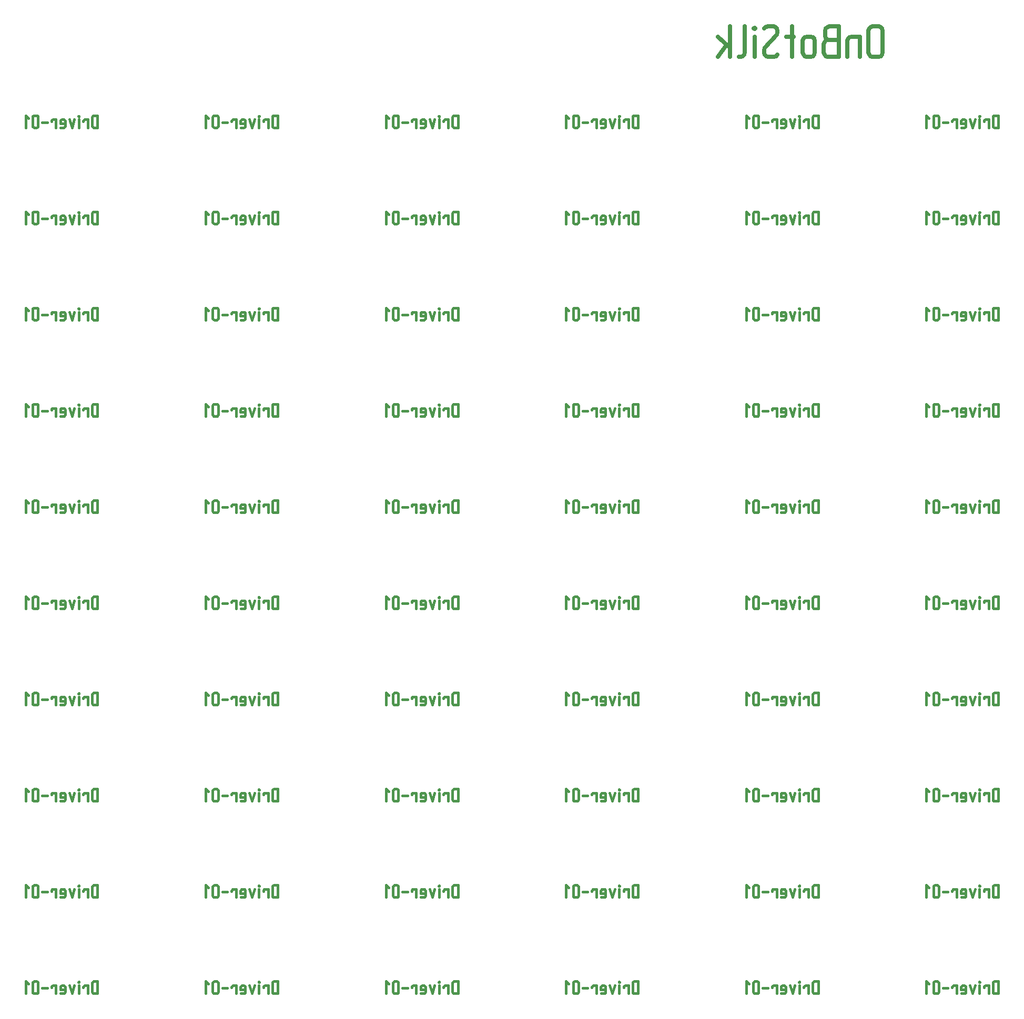
<source format=gbr>
G04 FreePCB MFC Application*
G04 Version: ÏëàòÔîðì 2.427*
G04 Author: niconson.com *
G04 WebSite: https://niconson.com/freepcb2 *
G04 Repositories: https://github.com/niconson *
G04 D:\Works\ÏëàòÔîðì íà ðóññêîì\Projects\Led\version-01\(wERRORS)CAM(Driver-01)(9-18-2025)\Driver-01.BSL.gbr*

G04 Objects of panelization *
G04 ø¸ëê íèç layer *
G04 Scale: 100 percent, Rotated: No, Reflected: No *
%FSLAX26Y26*%
%MOIN*%
G04 ø¸ëê íèç *
G04 Rounded Rectangle Macro, params: W/2, H/2, R *
%AMRNDREC*
21,1,$1+$1,$2+$2-$3-$3,0,0,0*
21,1,$1+$1-$3-$3,$2+$2,0,0,0*
1,1,$3+$3,$1-$3,$2-$3*
1,1,$3+$3,$3-$1,$2-$3*
1,1,$3+$3,$1-$3,$3-$2*
1,1,$3+$3,$3-$1,$3-$2*%
G04 Rectangular Thermal Macro, params: W/4, H/4, TW/4, TC/4 *
%AMRECTHERM*
21,1,$1+$1-$3-$3-$4-$4,$2+$2-$3-$3-$4-$4-$4-$4,0-$1-$3-$4,0-$2-$3,0*
21,1,$1+$1-$3-$3-$4-$4-$4-$4,$2+$2-$3-$3-$4-$4,0-$1-$3,0-$2-$3-$4,0*
1,1,$4+$4+$4+$4,0-$1-$1+$4+$4,0-$2-$2+$4+$4*
1,1,$4+$4+$4+$4,0-$1-$1+$4+$4,0-$3-$3-$4-$4*
1,1,$4+$4+$4+$4,0-$3-$3-$4-$4,0-$2-$2+$4+$4*
21,1,$1+$1-$3-$3-$4-$4,$2+$2-$3-$3-$4-$4-$4-$4,0-$1-$3-$4,$2+$3,0*
21,1,$1+$1-$3-$3-$4-$4-$4-$4,$2+$2-$3-$3-$4-$4,0-$1-$3,$2+$3+$4,0*
1,1,$4+$4+$4+$4,0-$1-$1+$4+$4,$2+$2-$4-$4*
1,1,$4+$4+$4+$4,0-$1-$1+$4+$4,$3+$3+$4+$4*
1,1,$4+$4+$4+$4,0-$3-$3-$4-$4,$2+$2-$4-$4*
21,1,$1+$1-$3-$3-$4-$4,$2+$2-$3-$3-$4-$4-$4-$4,$1+$3+$4,0-$2-$3,0*
21,1,$1+$1-$3-$3-$4-$4-$4-$4,$2+$2-$3-$3-$4-$4,$1+$3,0-$2-$3-$4,0*
1,1,$4+$4+$4+$4,$1+$1-$4-$4,0-$2-$2+$4+$4*
1,1,$4+$4+$4+$4,$1+$1-$4-$4,0-$3-$3-$4-$4*
1,1,$4+$4+$4+$4,$3+$3+$4+$4,0-$2-$2+$4+$4*
21,1,$1+$1-$3-$3-$4-$4,$2+$2-$3-$3-$4-$4-$4-$4,$1+$3+$4,$2+$3,0*
21,1,$1+$1-$3-$3-$4-$4-$4-$4,$2+$2-$3-$3-$4-$4,$1+$3,$2+$3+$4,0*
1,1,$4+$4+$4+$4,$1+$1-$4-$4,$2+$2-$4-$4*
1,1,$4+$4+$4+$4,$1+$1-$4-$4,$3+$3+$4+$4*
1,1,$4+$4+$4+$4,$3+$3+$4+$4,$2+$2-$4-$4*%
%AMRECTHERM_45*
21,1,$1+$1+$1+$1,$2+$2+$2+$2-$4-$4-$4-$4-$4-$4-$4-$4-$4-$4-$3-$3,0,0,0*
21,1,$1+$1+$1+$1-$4-$4-$4-$4-$4-$4-$4-$4-$4-$4-$3-$3,$2+$2+$2+$2,0,0,0*
1,1,$4+$4+$4+$4,$1+$1-$4-$4,$2+$2-$4-$4-$4-$4-$4-$3*
1,1,$4+$4+$4+$4,$1+$1-$4-$4,0-$2-$2+$4+$4+$4+$4+$4+$3*
1,1,$4+$4+$4+$4,$1+$1-$4-$4-$4-$4-$4-$3,$2+$2-$4-$4*
1,1,$4+$4+$4+$4,0-$1-$1+$4+$4+$4+$4+$4+$3,$2+$2-$4-$4*
1,1,$4+$4+$4+$4,0-$1-$1+$4+$4,$2+$2-$4-$4-$4-$4-$4-$3*
1,1,$4+$4+$4+$4,0-$1-$1+$4+$4,0-$2-$2+$4+$4+$4+$4+$4+$3*
1,1,$4+$4+$4+$4,$1+$1-$4-$4-$4-$4-$4-$3,0-$2-$2+$4+$4*
1,1,$4+$4+$4+$4,0-$1-$1+$4+$4+$4+$4+$4+$3,0-$2-$2+$4+$4*%
%ADD10C,0.028121*%
%ADD11C,0.010000*%
%ADD12C,0.015748*%
G01*
G04 begin color: clBlack*
%LPD*%

G04 Objects of panelization *
D10*
X4881850Y5801800D02*
X4877600Y5788950D01*
X4877600Y5788950D02*
X4869050Y5780400D01*
X4869050Y5780400D02*
X4856200Y5776150D01*
X4856200Y5776150D02*
X4817650Y5776150D01*
X4817650Y5776150D02*
X4804850Y5780400D01*
X4804850Y5780400D02*
X4796300Y5788950D01*
X4796300Y5788950D02*
X4792000Y5801800D01*
X4792000Y5801800D02*
X4792000Y5943000D01*
X4792000Y5943000D02*
X4796300Y5955850D01*
X4796300Y5955850D02*
X4804850Y5964400D01*
X4804850Y5964400D02*
X4817650Y5968700D01*
X4817650Y5968700D02*
X4856200Y5968700D01*
X4856200Y5968700D02*
X4869050Y5964400D01*
X4869050Y5964400D02*
X4877600Y5955850D01*
X4877600Y5955850D02*
X4881850Y5943000D01*
X4881850Y5943000D02*
X4881850Y5801800D01*
X4735700Y5776150D02*
X4735700Y5904500D01*
X4735700Y5904500D02*
X4684350Y5904500D01*
X4684350Y5904500D02*
X4671500Y5900250D01*
X4671500Y5900250D02*
X4662950Y5891650D01*
X4662950Y5891650D02*
X4658650Y5878850D01*
X4658650Y5878850D02*
X4658650Y5776150D01*
X4542450Y5968700D02*
X4602350Y5968700D01*
X4602350Y5968700D02*
X4602350Y5776150D01*
X4602350Y5776150D02*
X4533900Y5776150D01*
X4533900Y5776150D02*
X4521050Y5780400D01*
X4521050Y5780400D02*
X4512500Y5788950D01*
X4512500Y5788950D02*
X4508200Y5801800D01*
X4508200Y5801800D02*
X4508200Y5857450D01*
X4508200Y5857450D02*
X4512500Y5870250D01*
X4512500Y5870250D02*
X4521050Y5878850D01*
X4542450Y5968700D02*
X4529600Y5964400D01*
X4529600Y5964400D02*
X4521050Y5955850D01*
X4521050Y5955850D02*
X4516750Y5943000D01*
X4516750Y5943000D02*
X4516750Y5908800D01*
X4516750Y5908800D02*
X4521050Y5895950D01*
X4521050Y5895950D02*
X4529600Y5887400D01*
X4529600Y5887400D02*
X4542450Y5883100D01*
X4521050Y5878850D02*
X4533900Y5883100D01*
X4533900Y5883100D02*
X4602350Y5883100D01*
X4451900Y5801800D02*
X4447600Y5788950D01*
X4447600Y5788950D02*
X4439050Y5780400D01*
X4439050Y5780400D02*
X4426250Y5776150D01*
X4426250Y5776150D02*
X4400550Y5776150D01*
X4400550Y5776150D02*
X4387700Y5780400D01*
X4387700Y5780400D02*
X4379150Y5788950D01*
X4379150Y5788950D02*
X4374900Y5801800D01*
X4374900Y5801800D02*
X4374900Y5878850D01*
X4374900Y5878850D02*
X4379150Y5891650D01*
X4379150Y5891650D02*
X4387700Y5900250D01*
X4387700Y5900250D02*
X4400550Y5904500D01*
X4400550Y5904500D02*
X4426250Y5904500D01*
X4426250Y5904500D02*
X4439050Y5900250D01*
X4439050Y5900250D02*
X4447600Y5891650D01*
X4447600Y5891650D02*
X4451900Y5878850D01*
X4451900Y5878850D02*
X4451900Y5801800D01*
X4305750Y5968700D02*
X4305750Y5776150D01*
X4318550Y5904500D02*
X4271500Y5904500D01*
X4129600Y5955850D02*
X4138150Y5964400D01*
X4138150Y5964400D02*
X4155300Y5968700D01*
X4155300Y5968700D02*
X4189500Y5968700D01*
X4189500Y5968700D02*
X4202350Y5964400D01*
X4202350Y5964400D02*
X4210900Y5955850D01*
X4210900Y5955850D02*
X4215200Y5943000D01*
X4215200Y5943000D02*
X4215200Y5930200D01*
X4215200Y5930200D02*
X4210900Y5917350D01*
X4210900Y5917350D02*
X4133900Y5831750D01*
X4133900Y5831750D02*
X4129600Y5818900D01*
X4129600Y5818900D02*
X4129600Y5801800D01*
X4129600Y5801800D02*
X4133900Y5788950D01*
X4133900Y5788950D02*
X4142450Y5780400D01*
X4142450Y5780400D02*
X4155300Y5776150D01*
X4155300Y5776150D02*
X4189500Y5776150D01*
X4189500Y5776150D02*
X4206650Y5780400D01*
X4206650Y5780400D02*
X4215200Y5788950D01*
X4069000Y5904500D02*
X4069000Y5776150D01*
X4069000Y5960150D02*
X4073300Y5955850D01*
X4073300Y5955850D02*
X4069000Y5951600D01*
X4069000Y5951600D02*
X4064750Y5955850D01*
X4064750Y5955850D02*
X4069000Y5960150D01*
X4008450Y5968700D02*
X4008450Y5801800D01*
X4008450Y5801800D02*
X4004150Y5788950D01*
X4004150Y5788950D02*
X3995600Y5780400D01*
X3995600Y5780400D02*
X3982750Y5776150D01*
X3982750Y5776150D02*
X3969900Y5776150D01*
X3913600Y5968700D02*
X3913600Y5776150D01*
X3913600Y5831750D02*
X3836600Y5904500D01*
X3892200Y5848900D02*
X3836600Y5776150D01*
D11*

G04 Step and Repeat for panelization *
%SRX6Y10I1.141732J0.610236*%

G04 ----------------------- Draw board outline (positive)*

G04 -------------- Draw Parts, Pads, Traces, Vias and Text (positive)*

G04 Draw traces*

G04 Draw Text*
D12*
X-94450Y-165350D02*
X-94450Y-88300D01*
X-94450Y-88300D02*
X-118450Y-88300D01*
X-118450Y-88300D02*
X-123550Y-90000D01*
X-123550Y-90000D02*
X-127000Y-93450D01*
X-127000Y-93450D02*
X-128700Y-98550D01*
X-128700Y-98550D02*
X-128700Y-155050D01*
X-128700Y-155050D02*
X-127000Y-160200D01*
X-127000Y-160200D02*
X-123550Y-163600D01*
X-123550Y-163600D02*
X-118450Y-165350D01*
X-118450Y-165350D02*
X-94450Y-165350D01*
X-155700Y-165350D02*
X-155700Y-114000D01*
X-155700Y-114000D02*
X-174550Y-114000D01*
X-174550Y-114000D02*
X-179700Y-115700D01*
X-179700Y-115700D02*
X-183100Y-119100D01*
X-183100Y-119100D02*
X-184800Y-122550D01*
X-184800Y-122550D02*
X-184800Y-125950D01*
X-213550Y-114000D02*
X-213550Y-165350D01*
X-213550Y-91700D02*
X-211850Y-93450D01*
X-211850Y-93450D02*
X-213550Y-95150D01*
X-213550Y-95150D02*
X-215250Y-93450D01*
X-215250Y-93450D02*
X-213550Y-91700D01*
X-242300Y-114000D02*
X-257700Y-165350D01*
X-257700Y-165350D02*
X-273100Y-114000D01*
X-300100Y-139650D02*
X-330950Y-139650D01*
X-330950Y-139650D02*
X-330950Y-124250D01*
X-330950Y-124250D02*
X-329200Y-119100D01*
X-329200Y-119100D02*
X-325800Y-115700D01*
X-325800Y-115700D02*
X-320650Y-114000D01*
X-320650Y-114000D02*
X-310400Y-114000D01*
X-310400Y-114000D02*
X-305250Y-115700D01*
X-305250Y-115700D02*
X-301850Y-119100D01*
X-301850Y-119100D02*
X-300100Y-124250D01*
X-300100Y-124250D02*
X-300100Y-155050D01*
X-300100Y-155050D02*
X-301850Y-160200D01*
X-301850Y-160200D02*
X-305250Y-163600D01*
X-305250Y-163600D02*
X-310400Y-165350D01*
X-310400Y-165350D02*
X-329200Y-165350D01*
X-357950Y-165350D02*
X-357950Y-114000D01*
X-357950Y-114000D02*
X-376800Y-114000D01*
X-376800Y-114000D02*
X-381900Y-115700D01*
X-381900Y-115700D02*
X-385350Y-119100D01*
X-385350Y-119100D02*
X-387050Y-122550D01*
X-387050Y-122550D02*
X-387050Y-125950D01*
X-414100Y-131100D02*
X-444900Y-131100D01*
X-489050Y-88300D02*
X-482200Y-88300D01*
X-482200Y-88300D02*
X-477050Y-90000D01*
X-477050Y-90000D02*
X-473600Y-93450D01*
X-473600Y-93450D02*
X-471900Y-98550D01*
X-471900Y-98550D02*
X-471900Y-155050D01*
X-471900Y-155050D02*
X-473600Y-160200D01*
X-473600Y-160200D02*
X-477050Y-163600D01*
X-477050Y-163600D02*
X-482200Y-165350D01*
X-482200Y-165350D02*
X-495850Y-165350D01*
X-495850Y-165350D02*
X-501000Y-163600D01*
X-501000Y-163600D02*
X-504450Y-160200D01*
X-504450Y-160200D02*
X-506150Y-155050D01*
X-506150Y-155050D02*
X-506150Y-98550D01*
X-506150Y-98550D02*
X-504450Y-93450D01*
X-504450Y-93450D02*
X-501000Y-90000D01*
X-501000Y-90000D02*
X-495850Y-88300D01*
X-495850Y-88300D02*
X-489050Y-88300D01*
X-533150Y-105400D02*
X-550300Y-88300D01*
X-550300Y-88300D02*
X-550300Y-165350D01*
D11*

G04 EOF Step and Repeat for panelization *
%SR*%
M02*

</source>
